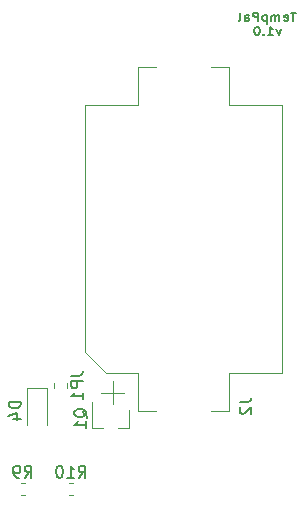
<source format=gbo>
%TF.GenerationSoftware,KiCad,Pcbnew,(5.1.10)-1*%
%TF.CreationDate,2021-07-24T18:54:27+10:00*%
%TF.ProjectId,temperature_logger,74656d70-6572-4617-9475-72655f6c6f67,rev?*%
%TF.SameCoordinates,Original*%
%TF.FileFunction,Legend,Bot*%
%TF.FilePolarity,Positive*%
%FSLAX46Y46*%
G04 Gerber Fmt 4.6, Leading zero omitted, Abs format (unit mm)*
G04 Created by KiCad (PCBNEW (5.1.10)-1) date 2021-07-24 18:54:27*
%MOMM*%
%LPD*%
G01*
G04 APERTURE LIST*
%ADD10C,0.150000*%
%ADD11C,0.120000*%
%ADD12O,1.700000X1.700000*%
%ADD13R,1.700000X1.700000*%
%ADD14R,0.800000X0.900000*%
%ADD15R,3.600000X2.600000*%
%ADD16R,1.000000X1.000000*%
%ADD17O,1.200000X1.900000*%
%ADD18C,1.450000*%
G04 APERTURE END LIST*
D10*
X156238095Y-67616666D02*
X155780952Y-67616666D01*
X156009523Y-68316666D02*
X156009523Y-67616666D01*
X155209523Y-68283333D02*
X155285714Y-68316666D01*
X155438095Y-68316666D01*
X155514285Y-68283333D01*
X155552380Y-68216666D01*
X155552380Y-67950000D01*
X155514285Y-67883333D01*
X155438095Y-67850000D01*
X155285714Y-67850000D01*
X155209523Y-67883333D01*
X155171428Y-67950000D01*
X155171428Y-68016666D01*
X155552380Y-68083333D01*
X154828571Y-68316666D02*
X154828571Y-67850000D01*
X154828571Y-67916666D02*
X154790476Y-67883333D01*
X154714285Y-67850000D01*
X154600000Y-67850000D01*
X154523809Y-67883333D01*
X154485714Y-67950000D01*
X154485714Y-68316666D01*
X154485714Y-67950000D02*
X154447619Y-67883333D01*
X154371428Y-67850000D01*
X154257142Y-67850000D01*
X154180952Y-67883333D01*
X154142857Y-67950000D01*
X154142857Y-68316666D01*
X153761904Y-67850000D02*
X153761904Y-68550000D01*
X153761904Y-67883333D02*
X153685714Y-67850000D01*
X153533333Y-67850000D01*
X153457142Y-67883333D01*
X153419047Y-67916666D01*
X153380952Y-67983333D01*
X153380952Y-68183333D01*
X153419047Y-68250000D01*
X153457142Y-68283333D01*
X153533333Y-68316666D01*
X153685714Y-68316666D01*
X153761904Y-68283333D01*
X153038095Y-68316666D02*
X153038095Y-67616666D01*
X152733333Y-67616666D01*
X152657142Y-67650000D01*
X152619047Y-67683333D01*
X152580952Y-67750000D01*
X152580952Y-67850000D01*
X152619047Y-67916666D01*
X152657142Y-67950000D01*
X152733333Y-67983333D01*
X153038095Y-67983333D01*
X151895238Y-68316666D02*
X151895238Y-67950000D01*
X151933333Y-67883333D01*
X152009523Y-67850000D01*
X152161904Y-67850000D01*
X152238095Y-67883333D01*
X151895238Y-68283333D02*
X151971428Y-68316666D01*
X152161904Y-68316666D01*
X152238095Y-68283333D01*
X152276190Y-68216666D01*
X152276190Y-68150000D01*
X152238095Y-68083333D01*
X152161904Y-68050000D01*
X151971428Y-68050000D01*
X151895238Y-68016666D01*
X151400000Y-68316666D02*
X151476190Y-68283333D01*
X151514285Y-68216666D01*
X151514285Y-67616666D01*
X154942857Y-69050000D02*
X154752380Y-69516666D01*
X154561904Y-69050000D01*
X153838095Y-69516666D02*
X154295238Y-69516666D01*
X154066666Y-69516666D02*
X154066666Y-68816666D01*
X154142857Y-68916666D01*
X154219047Y-68983333D01*
X154295238Y-69016666D01*
X153495238Y-69450000D02*
X153457142Y-69483333D01*
X153495238Y-69516666D01*
X153533333Y-69483333D01*
X153495238Y-69450000D01*
X153495238Y-69516666D01*
X152961904Y-68816666D02*
X152885714Y-68816666D01*
X152809523Y-68850000D01*
X152771428Y-68883333D01*
X152733333Y-68950000D01*
X152695238Y-69083333D01*
X152695238Y-69250000D01*
X152733333Y-69383333D01*
X152771428Y-69450000D01*
X152809523Y-69483333D01*
X152885714Y-69516666D01*
X152961904Y-69516666D01*
X153038095Y-69483333D01*
X153076190Y-69450000D01*
X153114285Y-69383333D01*
X153152380Y-69250000D01*
X153152380Y-69083333D01*
X153114285Y-68950000D01*
X153076190Y-68883333D01*
X153038095Y-68850000D01*
X152961904Y-68816666D01*
D11*
%TO.C,Q1*%
X142080000Y-102760000D02*
X142080000Y-101300000D01*
X138920000Y-102760000D02*
X138920000Y-100600000D01*
X138920000Y-102760000D02*
X139850000Y-102760000D01*
X142080000Y-102760000D02*
X141150000Y-102760000D01*
%TO.C,J2*%
X140700000Y-98800000D02*
X140700000Y-100800000D01*
X141700000Y-99800000D02*
X139700000Y-99800000D01*
X155050000Y-75450000D02*
X150550000Y-75450000D01*
X155050000Y-98150000D02*
X150550000Y-98150000D01*
X155050000Y-98150000D02*
X155050000Y-75450000D01*
X150550000Y-72250000D02*
X149000000Y-72250000D01*
X150550000Y-75450000D02*
X150550000Y-72250000D01*
X150550000Y-101350000D02*
X149000000Y-101350000D01*
X150550000Y-98150000D02*
X150550000Y-101350000D01*
X142850000Y-101350000D02*
X144400000Y-101350000D01*
X142850000Y-98150000D02*
X142850000Y-101350000D01*
X138350000Y-96350000D02*
X140150000Y-98150000D01*
X140150000Y-98150000D02*
X142850000Y-98150000D01*
X138350000Y-75450000D02*
X138350000Y-96350000D01*
X138350000Y-75450000D02*
X142850000Y-75450000D01*
X142850000Y-72250000D02*
X144400000Y-72250000D01*
X142850000Y-75450000D02*
X142850000Y-72250000D01*
%TO.C,D4*%
X133450000Y-99400000D02*
X135150000Y-99400000D01*
X135150000Y-99400000D02*
X135150000Y-102550000D01*
X133450000Y-99400000D02*
X133450000Y-102550000D01*
%TO.C,R10*%
X137013733Y-107460000D02*
X137356267Y-107460000D01*
X137013733Y-108480000D02*
X137356267Y-108480000D01*
%TO.C,R9*%
X133256267Y-108480000D02*
X132913733Y-108480000D01*
X133256267Y-107460000D02*
X132913733Y-107460000D01*
%TO.C,JP1*%
X135777500Y-99437258D02*
X135777500Y-98962742D01*
X136822500Y-99437258D02*
X136822500Y-98962742D01*
%TO.C,Q1*%
D10*
X138547619Y-101904761D02*
X138500000Y-101809523D01*
X138404761Y-101714285D01*
X138261904Y-101571428D01*
X138214285Y-101476190D01*
X138214285Y-101380952D01*
X138452380Y-101428571D02*
X138404761Y-101333333D01*
X138309523Y-101238095D01*
X138119047Y-101190476D01*
X137785714Y-101190476D01*
X137595238Y-101238095D01*
X137500000Y-101333333D01*
X137452380Y-101428571D01*
X137452380Y-101619047D01*
X137500000Y-101714285D01*
X137595238Y-101809523D01*
X137785714Y-101857142D01*
X138119047Y-101857142D01*
X138309523Y-101809523D01*
X138404761Y-101714285D01*
X138452380Y-101619047D01*
X138452380Y-101428571D01*
X138452380Y-102809523D02*
X138452380Y-102238095D01*
X138452380Y-102523809D02*
X137452380Y-102523809D01*
X137595238Y-102428571D01*
X137690476Y-102333333D01*
X137738095Y-102238095D01*
%TO.C,J2*%
X151452380Y-100591666D02*
X152166666Y-100591666D01*
X152309523Y-100544047D01*
X152404761Y-100448809D01*
X152452380Y-100305952D01*
X152452380Y-100210714D01*
X151547619Y-101020238D02*
X151500000Y-101067857D01*
X151452380Y-101163095D01*
X151452380Y-101401190D01*
X151500000Y-101496428D01*
X151547619Y-101544047D01*
X151642857Y-101591666D01*
X151738095Y-101591666D01*
X151880952Y-101544047D01*
X152452380Y-100972619D01*
X152452380Y-101591666D01*
%TO.C,D4*%
X132902380Y-100561904D02*
X131902380Y-100561904D01*
X131902380Y-100800000D01*
X131950000Y-100942857D01*
X132045238Y-101038095D01*
X132140476Y-101085714D01*
X132330952Y-101133333D01*
X132473809Y-101133333D01*
X132664285Y-101085714D01*
X132759523Y-101038095D01*
X132854761Y-100942857D01*
X132902380Y-100800000D01*
X132902380Y-100561904D01*
X132235714Y-101990476D02*
X132902380Y-101990476D01*
X131854761Y-101752380D02*
X132569047Y-101514285D01*
X132569047Y-102133333D01*
%TO.C,R10*%
X137827857Y-107002380D02*
X138161190Y-106526190D01*
X138399285Y-107002380D02*
X138399285Y-106002380D01*
X138018333Y-106002380D01*
X137923095Y-106050000D01*
X137875476Y-106097619D01*
X137827857Y-106192857D01*
X137827857Y-106335714D01*
X137875476Y-106430952D01*
X137923095Y-106478571D01*
X138018333Y-106526190D01*
X138399285Y-106526190D01*
X136875476Y-107002380D02*
X137446904Y-107002380D01*
X137161190Y-107002380D02*
X137161190Y-106002380D01*
X137256428Y-106145238D01*
X137351666Y-106240476D01*
X137446904Y-106288095D01*
X136256428Y-106002380D02*
X136161190Y-106002380D01*
X136065952Y-106050000D01*
X136018333Y-106097619D01*
X135970714Y-106192857D01*
X135923095Y-106383333D01*
X135923095Y-106621428D01*
X135970714Y-106811904D01*
X136018333Y-106907142D01*
X136065952Y-106954761D01*
X136161190Y-107002380D01*
X136256428Y-107002380D01*
X136351666Y-106954761D01*
X136399285Y-106907142D01*
X136446904Y-106811904D01*
X136494523Y-106621428D01*
X136494523Y-106383333D01*
X136446904Y-106192857D01*
X136399285Y-106097619D01*
X136351666Y-106050000D01*
X136256428Y-106002380D01*
%TO.C,R9*%
X133251666Y-106992380D02*
X133585000Y-106516190D01*
X133823095Y-106992380D02*
X133823095Y-105992380D01*
X133442142Y-105992380D01*
X133346904Y-106040000D01*
X133299285Y-106087619D01*
X133251666Y-106182857D01*
X133251666Y-106325714D01*
X133299285Y-106420952D01*
X133346904Y-106468571D01*
X133442142Y-106516190D01*
X133823095Y-106516190D01*
X132775476Y-106992380D02*
X132585000Y-106992380D01*
X132489761Y-106944761D01*
X132442142Y-106897142D01*
X132346904Y-106754285D01*
X132299285Y-106563809D01*
X132299285Y-106182857D01*
X132346904Y-106087619D01*
X132394523Y-106040000D01*
X132489761Y-105992380D01*
X132680238Y-105992380D01*
X132775476Y-106040000D01*
X132823095Y-106087619D01*
X132870714Y-106182857D01*
X132870714Y-106420952D01*
X132823095Y-106516190D01*
X132775476Y-106563809D01*
X132680238Y-106611428D01*
X132489761Y-106611428D01*
X132394523Y-106563809D01*
X132346904Y-106516190D01*
X132299285Y-106420952D01*
%TO.C,JP1*%
X137182380Y-98366666D02*
X137896666Y-98366666D01*
X138039523Y-98319047D01*
X138134761Y-98223809D01*
X138182380Y-98080952D01*
X138182380Y-97985714D01*
X138182380Y-98842857D02*
X137182380Y-98842857D01*
X137182380Y-99223809D01*
X137230000Y-99319047D01*
X137277619Y-99366666D01*
X137372857Y-99414285D01*
X137515714Y-99414285D01*
X137610952Y-99366666D01*
X137658571Y-99319047D01*
X137706190Y-99223809D01*
X137706190Y-98842857D01*
X138182380Y-100366666D02*
X138182380Y-99795238D01*
X138182380Y-100080952D02*
X137182380Y-100080952D01*
X137325238Y-99985714D01*
X137420476Y-99890476D01*
X137468095Y-99795238D01*
%TD*%
%LPC*%
D12*
%TO.C,J4*%
X131800000Y-92380000D03*
X131800000Y-89840000D03*
D13*
X131800000Y-87300000D03*
%TD*%
D12*
%TO.C,J1*%
X132300000Y-76860000D03*
X132300000Y-74320000D03*
X132300000Y-71780000D03*
X132300000Y-69240000D03*
D13*
X132300000Y-66700000D03*
%TD*%
D14*
%TO.C,Q1*%
X140500000Y-103000000D03*
X141450000Y-101000000D03*
X139550000Y-101000000D03*
%TD*%
D15*
%TO.C,J2*%
X146700000Y-101450000D03*
X146700000Y-72150000D03*
%TD*%
D16*
%TO.C,D4*%
X134300000Y-102550000D03*
X134300000Y-100050000D03*
%TD*%
%TO.C,R10*%
G36*
G01*
X137535000Y-108207500D02*
X137535000Y-107732500D01*
G75*
G02*
X137772500Y-107495000I237500J0D01*
G01*
X138347500Y-107495000D01*
G75*
G02*
X138585000Y-107732500I0J-237500D01*
G01*
X138585000Y-108207500D01*
G75*
G02*
X138347500Y-108445000I-237500J0D01*
G01*
X137772500Y-108445000D01*
G75*
G02*
X137535000Y-108207500I0J237500D01*
G01*
G37*
G36*
G01*
X135785000Y-108207500D02*
X135785000Y-107732500D01*
G75*
G02*
X136022500Y-107495000I237500J0D01*
G01*
X136597500Y-107495000D01*
G75*
G02*
X136835000Y-107732500I0J-237500D01*
G01*
X136835000Y-108207500D01*
G75*
G02*
X136597500Y-108445000I-237500J0D01*
G01*
X136022500Y-108445000D01*
G75*
G02*
X135785000Y-108207500I0J237500D01*
G01*
G37*
%TD*%
%TO.C,R9*%
G36*
G01*
X132735000Y-107732500D02*
X132735000Y-108207500D01*
G75*
G02*
X132497500Y-108445000I-237500J0D01*
G01*
X131922500Y-108445000D01*
G75*
G02*
X131685000Y-108207500I0J237500D01*
G01*
X131685000Y-107732500D01*
G75*
G02*
X131922500Y-107495000I237500J0D01*
G01*
X132497500Y-107495000D01*
G75*
G02*
X132735000Y-107732500I0J-237500D01*
G01*
G37*
G36*
G01*
X134485000Y-107732500D02*
X134485000Y-108207500D01*
G75*
G02*
X134247500Y-108445000I-237500J0D01*
G01*
X133672500Y-108445000D01*
G75*
G02*
X133435000Y-108207500I0J237500D01*
G01*
X133435000Y-107732500D01*
G75*
G02*
X133672500Y-107495000I237500J0D01*
G01*
X134247500Y-107495000D01*
G75*
G02*
X134485000Y-107732500I0J-237500D01*
G01*
G37*
%TD*%
%TO.C,JP1*%
G36*
G01*
X136575000Y-98775000D02*
X136025000Y-98775000D01*
G75*
G02*
X135825000Y-98575000I0J200000D01*
G01*
X135825000Y-98175000D01*
G75*
G02*
X136025000Y-97975000I200000J0D01*
G01*
X136575000Y-97975000D01*
G75*
G02*
X136775000Y-98175000I0J-200000D01*
G01*
X136775000Y-98575000D01*
G75*
G02*
X136575000Y-98775000I-200000J0D01*
G01*
G37*
G36*
G01*
X136575000Y-100425000D02*
X136025000Y-100425000D01*
G75*
G02*
X135825000Y-100225000I0J200000D01*
G01*
X135825000Y-99825000D01*
G75*
G02*
X136025000Y-99625000I200000J0D01*
G01*
X136575000Y-99625000D01*
G75*
G02*
X136775000Y-99825000I0J-200000D01*
G01*
X136775000Y-100225000D01*
G75*
G02*
X136575000Y-100425000I-200000J0D01*
G01*
G37*
%TD*%
D17*
%TO.C,J3*%
X149900000Y-108537500D03*
X142900000Y-108537500D03*
D18*
X148900000Y-105837500D03*
X143900000Y-105837500D03*
%TD*%
M02*

</source>
